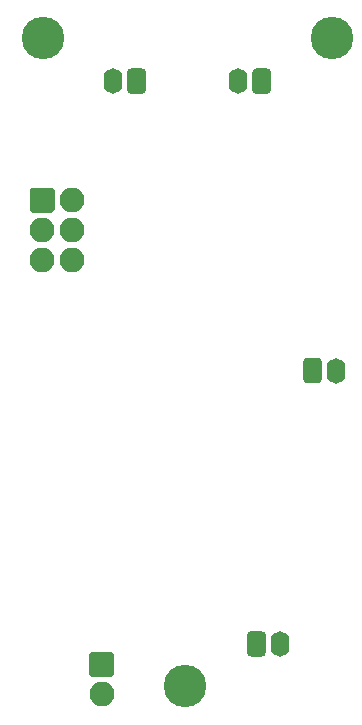
<source format=gbs>
G04 #@! TF.GenerationSoftware,KiCad,Pcbnew,5.1.9+dfsg1-1~bpo10+1*
G04 #@! TF.CreationDate,2022-05-12T13:16:05+00:00*
G04 #@! TF.ProjectId,ModuleV440,4d6f6475-6c65-4563-9434-302e6b696361,rev?*
G04 #@! TF.SameCoordinates,Original*
G04 #@! TF.FileFunction,Soldermask,Bot*
G04 #@! TF.FilePolarity,Negative*
%FSLAX46Y46*%
G04 Gerber Fmt 4.6, Leading zero omitted, Abs format (unit mm)*
G04 Created by KiCad (PCBNEW 5.1.9+dfsg1-1~bpo10+1) date 2022-05-12 13:16:05*
%MOMM*%
%LPD*%
G01*
G04 APERTURE LIST*
%ADD10O,1.600000X2.150000*%
%ADD11O,2.100000X2.100000*%
%ADD12C,3.600000*%
G04 APERTURE END LIST*
D10*
X121217600Y-54387600D03*
G36*
G01*
X124017600Y-53645932D02*
X124017600Y-55129268D01*
G75*
G02*
X123684268Y-55462600I-333332J0D01*
G01*
X122750932Y-55462600D01*
G75*
G02*
X122417600Y-55129268I0J333332D01*
G01*
X122417600Y-53645932D01*
G75*
G02*
X122750932Y-53312600I333332J0D01*
G01*
X123684268Y-53312600D01*
G75*
G02*
X124017600Y-53645932I0J-333332D01*
G01*
G37*
X110617600Y-54387600D03*
G36*
G01*
X113417600Y-53645932D02*
X113417600Y-55129268D01*
G75*
G02*
X113084268Y-55462600I-333332J0D01*
G01*
X112150932Y-55462600D01*
G75*
G02*
X111817600Y-55129268I0J333332D01*
G01*
X111817600Y-53645932D01*
G75*
G02*
X112150932Y-53312600I333332J0D01*
G01*
X113084268Y-53312600D01*
G75*
G02*
X113417600Y-53645932I0J-333332D01*
G01*
G37*
D11*
X109667600Y-106302600D03*
G36*
G01*
X108617600Y-104612600D02*
X108617600Y-102912600D01*
G75*
G02*
X108817600Y-102712600I200000J0D01*
G01*
X110517600Y-102712600D01*
G75*
G02*
X110717600Y-102912600I0J-200000D01*
G01*
X110717600Y-104612600D01*
G75*
G02*
X110517600Y-104812600I-200000J0D01*
G01*
X108817600Y-104812600D01*
G75*
G02*
X108617600Y-104612600I0J200000D01*
G01*
G37*
D10*
X124767600Y-102037600D03*
G36*
G01*
X121967600Y-102779268D02*
X121967600Y-101295932D01*
G75*
G02*
X122300932Y-100962600I333332J0D01*
G01*
X123234268Y-100962600D01*
G75*
G02*
X123567600Y-101295932I0J-333332D01*
G01*
X123567600Y-102779268D01*
G75*
G02*
X123234268Y-103112600I-333332J0D01*
G01*
X122300932Y-103112600D01*
G75*
G02*
X121967600Y-102779268I0J333332D01*
G01*
G37*
X129517600Y-78887600D03*
G36*
G01*
X126717600Y-79629268D02*
X126717600Y-78145932D01*
G75*
G02*
X127050932Y-77812600I333332J0D01*
G01*
X127984268Y-77812600D01*
G75*
G02*
X128317600Y-78145932I0J-333332D01*
G01*
X128317600Y-79629268D01*
G75*
G02*
X127984268Y-79962600I-333332J0D01*
G01*
X127050932Y-79962600D01*
G75*
G02*
X126717600Y-79629268I0J333332D01*
G01*
G37*
D12*
X116757600Y-105637600D03*
X129167600Y-50737600D03*
X104667600Y-50737600D03*
G36*
G01*
X103592600Y-65312600D02*
X103592600Y-63612600D01*
G75*
G02*
X103792600Y-63412600I200000J0D01*
G01*
X105492600Y-63412600D01*
G75*
G02*
X105692600Y-63612600I0J-200000D01*
G01*
X105692600Y-65312600D01*
G75*
G02*
X105492600Y-65512600I-200000J0D01*
G01*
X103792600Y-65512600D01*
G75*
G02*
X103592600Y-65312600I0J200000D01*
G01*
G37*
D11*
X107182600Y-64462600D03*
X104642600Y-67002600D03*
X107182600Y-67002600D03*
X104642600Y-69542600D03*
X107182600Y-69542600D03*
M02*

</source>
